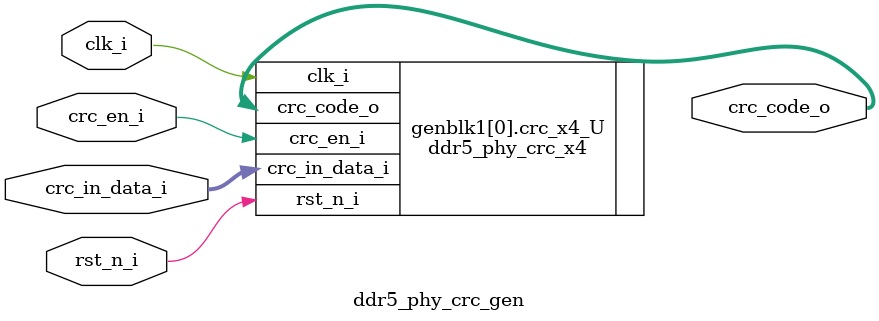
<source format=v>
/**********************************************************************************
** Graduation project_S26
** Author: Ahmed Mohamed Zakaria
**
** Module Name: ddr5_phy_crc
** Description: this file contains the CRC Generation RTL (top module of the devices (X4, X8, X16))
**
*********************************************************************************/

module ddr5_phy_crc_gen 
    # (parameter pDRAM_SIZE = 4 )  // parameter indicate the device size (X4, X8, X16)
(
    // input signals //
	input 					clk_i ,         // clock signal
	input 					rst_n_i ,         // active low asynchronous reset
	input 					crc_en_i ,      // enable signal from write data block 
  	input  [2*pDRAM_SIZE-1: 0]	 crc_in_data_i , // input data bus from write data block that required crc code 
  
    // output signals //
  	output  [2*pDRAM_SIZE-1: 0]	 crc_code_o       // output crc bits 
);


    // duplicating crc block according to the device size
    genvar i ;

    generate
        for ( i=0 ; i< 2*pDRAM_SIZE ; i = i+8 )
	    begin
        ddr5_phy_crc_x4 crc_x4_U (
            .clk_i(clk_i),
            .rst_n_i(rst_n_i),
            .crc_en_i(crc_en_i),
            .crc_in_data_i (crc_in_data_i[i+7 : i]),
            .crc_code_o(crc_code_o[i+7 : i])
        );
	    end
  endgenerate

endmodule

</source>
